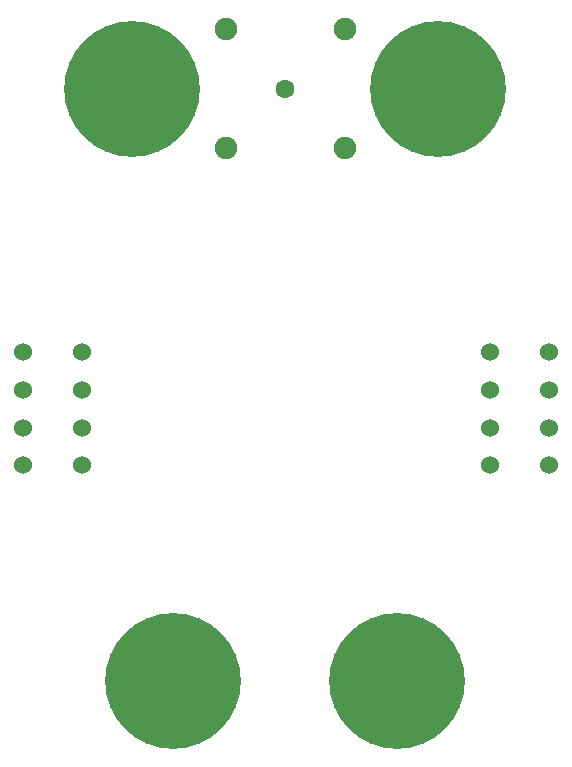
<source format=gbr>
G04 Layer_Color=255*
%FSLAX45Y45*%
%MOMM*%
%TF.FileFunction,Pads,Top*%
%TF.Part,Single*%
G01*
G75*
%TA.AperFunction,ComponentPad*%
%ADD12C,1.52400*%
%ADD13C,11.50000*%
%ADD14C,1.60000*%
%ADD15C,1.90000*%
D12*
X770000Y4270000D02*
D03*
Y3950000D02*
D03*
Y3630000D02*
D03*
Y3310000D02*
D03*
X270000Y3310000D02*
D03*
Y3630000D02*
D03*
Y3950000D02*
D03*
Y4270000D02*
D03*
X4730000D02*
D03*
Y3950000D02*
D03*
Y3630000D02*
D03*
Y3310000D02*
D03*
X4230000Y3310000D02*
D03*
Y3630000D02*
D03*
Y3950000D02*
D03*
Y4270000D02*
D03*
D13*
X3786999Y6500000D02*
D03*
X3439999Y1487001D02*
D03*
X1199999Y6500000D02*
D03*
X1539998Y1487001D02*
D03*
D14*
X2492802Y6500572D02*
D03*
D15*
X1987802Y5995572D02*
D03*
Y7005572D02*
D03*
X2997802D02*
D03*
Y5995572D02*
D03*
%TF.MD5,eeb30cf9cef5a6de37a824f9755a9dbe*%
M02*

</source>
